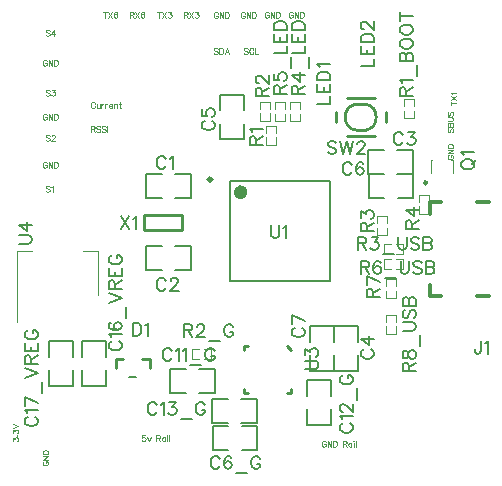
<source format=gto>
G04 ---------------------------- Layer name :TOP SILK LAYER*
G04 EasyEDA v5.8.20, Mon, 19 Nov 2018 12:00:09 GMT*
G04 c1adaa7c60de435bb68341a8a3b3a182*
G04 Gerber Generator version 0.2*
G04 Scale: 100 percent, Rotated: No, Reflected: No *
G04 Dimensions in millimeters *
G04 leading zeros omitted , absolute positions ,3 integer and 3 decimal *
%FSLAX33Y33*%
%MOMM*%
G90*
G71D02*

%ADD10C,0.254000*%
%ADD11C,0.200000*%
%ADD33C,0.199898*%
%ADD34C,0.304800*%
%ADD35C,0.119990*%
%ADD36C,0.101600*%
%ADD37C,0.100000*%
%ADD38C,0.248920*%
%ADD39C,0.599999*%
%ADD40C,0.299999*%
%ADD41C,0.177800*%

%LPD*%
G54D33*
G01X16047Y7348D02*
G01X17368Y7348D01*
G01X17368Y9418D01*
G01X16047Y9418D01*
G01X14917Y7348D02*
G01X13596Y7348D01*
G01X13596Y9418D01*
G01X14917Y9418D01*
G01X27195Y7157D02*
G01X27195Y8478D01*
G01X25125Y8478D01*
G01X25125Y7157D01*
G01X27195Y6027D02*
G01X27195Y4706D01*
G01X25125Y4706D01*
G01X25125Y6027D01*
G01X19603Y4808D02*
G01X20924Y4808D01*
G01X20924Y6878D01*
G01X19603Y6878D01*
G01X18473Y4808D02*
G01X17152Y4808D01*
G01X17152Y6878D01*
G01X18473Y6878D01*
G54D34*
G01X35557Y15565D02*
G01X36537Y15565D01*
G01X36537Y15557D01*
G01X35539Y15557D02*
G01X35539Y16558D01*
G01X36537Y23558D02*
G01X35539Y23558D01*
G01X35539Y22557D01*
G01X39540Y15557D02*
G01X40538Y15557D01*
G01X39540Y23558D02*
G01X40538Y23558D01*
G54D35*
G01X7475Y15676D02*
G01X7475Y19436D01*
G01X6212Y19436D01*
G01X652Y13426D02*
G01X652Y19436D01*
G01X1915Y19436D01*
G54D33*
G01X8145Y10459D02*
G01X8145Y11780D01*
G01X6075Y11780D01*
G01X6075Y10459D01*
G01X8145Y9329D02*
G01X8145Y8008D01*
G01X6075Y8008D01*
G01X6075Y9329D01*
G01X5351Y10459D02*
G01X5351Y11780D01*
G01X3281Y11780D01*
G01X3281Y10459D01*
G01X5351Y9329D02*
G01X5351Y8008D01*
G01X3281Y8008D01*
G01X3281Y9329D01*
G01X14015Y23858D02*
G01X15336Y23858D01*
G01X15336Y25928D01*
G01X14015Y25928D01*
G01X12885Y23858D02*
G01X11564Y23858D01*
G01X11564Y25928D01*
G01X12885Y25928D01*
G01X14015Y17762D02*
G01X15336Y17762D01*
G01X15336Y19832D01*
G01X14015Y19832D01*
G01X12885Y17762D02*
G01X11564Y17762D01*
G01X11564Y19832D01*
G01X12885Y19832D01*
G01X32811Y25890D02*
G01X34132Y25890D01*
G01X34132Y27960D01*
G01X32811Y27960D01*
G01X31681Y25890D02*
G01X30360Y25890D01*
G01X30360Y27960D01*
G01X31681Y27960D01*
G01X29481Y11729D02*
G01X29481Y13050D01*
G01X27411Y13050D01*
G01X27411Y11729D01*
G01X29481Y10599D02*
G01X29481Y9278D01*
G01X27411Y9278D01*
G01X27411Y10599D01*
G01X17762Y30180D02*
G01X17762Y28859D01*
G01X19832Y28859D01*
G01X19832Y30180D01*
G01X17762Y31310D02*
G01X17762Y32631D01*
G01X19832Y32631D01*
G01X19832Y31310D01*
G54D36*
G01X32697Y19126D02*
G01X33332Y19126D01*
G01X33332Y19989D01*
G01X32799Y19989D01*
G01X32697Y19989D01*
G01X32316Y19989D02*
G01X31706Y19989D01*
G01X31706Y19126D01*
G01X32240Y19126D01*
G01X32316Y19126D01*
G01X24561Y31427D02*
G01X24561Y32062D01*
G01X23698Y32062D01*
G01X23698Y31529D01*
G01X23698Y31427D01*
G01X23698Y31046D02*
G01X23698Y30436D01*
G01X24561Y30436D01*
G01X24561Y30970D01*
G01X24561Y31046D01*
G01X23291Y31427D02*
G01X23291Y32062D01*
G01X22428Y32062D01*
G01X22428Y31529D01*
G01X22428Y31427D01*
G01X22428Y31046D02*
G01X22428Y30436D01*
G01X23291Y30436D01*
G01X23291Y30970D01*
G01X23291Y31046D01*
G54D10*
G01X11214Y10302D02*
G01X11874Y10302D01*
G01X11214Y10302D01*
G01X11874Y10302D01*
G01X11874Y9486D01*
G01X8953Y9486D02*
G01X8953Y10302D01*
G01X9613Y10302D01*
G54D11*
G01X10114Y8752D02*
G01X10713Y8752D01*
G54D33*
G01X18496Y4589D02*
G01X17175Y4589D01*
G01X17175Y2519D01*
G01X18496Y2519D01*
G01X19626Y4589D02*
G01X20947Y4589D01*
G01X20947Y2519D01*
G01X19626Y2519D01*
G54D36*
G01X16441Y10236D02*
G01X17076Y10236D01*
G01X17076Y11099D01*
G01X16543Y11099D01*
G01X16441Y11099D01*
G01X16060Y11099D02*
G01X15450Y11099D01*
G01X15450Y10236D01*
G01X15984Y10236D01*
G01X16060Y10236D01*
G54D10*
G01X11353Y22494D02*
G01X14554Y22494D01*
G01X14554Y21193D02*
G01X14554Y22494D01*
G01X14554Y21193D02*
G01X11353Y21193D01*
G01X11353Y22494D02*
G01X11353Y21193D01*
G01X30911Y29133D02*
G01X28524Y29133D01*
G01X28524Y32334D02*
G01X30911Y32334D01*
G01X27609Y31140D02*
G01X27609Y30327D01*
G01X31826Y30327D02*
G01X31826Y31140D01*
G01X29311Y31826D02*
G01X30124Y31826D01*
G01X30124Y29641D02*
G01X29311Y29641D01*
G54D36*
G01X34213Y31681D02*
G01X34213Y32316D01*
G01X33350Y32316D01*
G01X33350Y31783D01*
G01X33350Y31681D01*
G01X33350Y31300D02*
G01X33350Y30690D01*
G01X34213Y30690D01*
G01X34213Y31224D01*
G01X34213Y31300D01*
G01X32697Y17856D02*
G01X33332Y17856D01*
G01X33332Y18719D01*
G01X32799Y18719D01*
G01X32697Y18719D01*
G01X32316Y18719D02*
G01X31706Y18719D01*
G01X31706Y17856D01*
G01X32240Y17856D01*
G01X32316Y17856D01*
G01X31826Y13022D02*
G01X31826Y12387D01*
G01X32689Y12387D01*
G01X32689Y12920D01*
G01X32689Y13022D01*
G01X32689Y13403D02*
G01X32689Y14013D01*
G01X31826Y14013D01*
G01X31826Y13479D01*
G01X31826Y13403D01*
G54D33*
G01X31704Y25925D02*
G01X30383Y25925D01*
G01X30383Y23855D01*
G01X31704Y23855D01*
G01X32834Y25925D02*
G01X34155Y25925D01*
G01X34155Y23855D01*
G01X32834Y23855D01*
G01X27449Y11729D02*
G01X27449Y13050D01*
G01X25379Y13050D01*
G01X25379Y11729D01*
G01X27449Y10599D02*
G01X27449Y9278D01*
G01X25379Y9278D01*
G01X25379Y10599D01*
G54D36*
G01X21666Y29024D02*
G01X21666Y28389D01*
G01X22529Y28389D01*
G01X22529Y28922D01*
G01X22529Y29024D01*
G01X22529Y29405D02*
G01X22529Y30015D01*
G01X21666Y30015D01*
G01X21666Y29481D01*
G01X21666Y29405D01*
G01X21158Y31056D02*
G01X21158Y30421D01*
G01X22021Y30421D01*
G01X22021Y30954D01*
G01X22021Y31056D01*
G01X22021Y31437D02*
G01X22021Y32047D01*
G01X21158Y32047D01*
G01X21158Y31513D01*
G01X21158Y31437D01*
G54D37*
G01X37376Y27096D02*
G01X37525Y27096D01*
G01X37525Y25971D01*
G01X35626Y25971D02*
G01X35626Y27096D01*
G01X35775Y27096D01*
G54D36*
G01X31927Y21775D02*
G01X31927Y22410D01*
G01X31064Y22410D01*
G01X31064Y21877D01*
G01X31064Y21775D01*
G01X31064Y21394D02*
G01X31064Y20784D01*
G01X31927Y20784D01*
G01X31927Y21318D01*
G01X31927Y21394D01*
G01X34620Y23182D02*
G01X34620Y22547D01*
G01X35483Y22547D01*
G01X35483Y23080D01*
G01X35483Y23182D01*
G01X35483Y23563D02*
G01X35483Y24173D01*
G01X34620Y24173D01*
G01X34620Y23639D01*
G01X34620Y23563D01*
G54D11*
G01X27109Y25331D02*
G01X18610Y25331D01*
G01X18610Y16832D01*
G01X27109Y16832D01*
G01X27109Y25331D01*
G54D10*
G01X19837Y7747D02*
G01X19837Y7391D01*
G01X20193Y7391D01*
G01X19837Y11049D02*
G01X19837Y11404D01*
G01X20193Y11404D01*
G01X23495Y7391D02*
G01X23850Y7391D01*
G01X23850Y7747D01*
G01X23850Y11049D02*
G01X23495Y11404D01*
G54D36*
G01X32689Y16441D02*
G01X32689Y17076D01*
G01X31826Y17076D01*
G01X31826Y16543D01*
G01X31826Y16441D01*
G01X31826Y16060D02*
G01X31826Y15450D01*
G01X32689Y15450D01*
G01X32689Y15984D01*
G01X32689Y16060D01*
G54D41*
G01X13733Y10916D02*
G01X13680Y11021D01*
G01X13576Y11125D01*
G01X13474Y11176D01*
G01X13266Y11176D01*
G01X13162Y11125D01*
G01X13058Y11021D01*
G01X13004Y10916D01*
G01X12954Y10762D01*
G01X12954Y10502D01*
G01X13004Y10345D01*
G01X13058Y10241D01*
G01X13162Y10137D01*
G01X13266Y10086D01*
G01X13474Y10086D01*
G01X13576Y10137D01*
G01X13680Y10241D01*
G01X13733Y10345D01*
G01X14076Y10970D02*
G01X14180Y11021D01*
G01X14335Y11176D01*
G01X14335Y10086D01*
G01X14678Y10970D02*
G01X14782Y11021D01*
G01X14937Y11176D01*
G01X14937Y10086D01*
G01X15280Y9723D02*
G01X16217Y9723D01*
G01X17338Y10916D02*
G01X17287Y11021D01*
G01X17183Y11125D01*
G01X17078Y11176D01*
G01X16870Y11176D01*
G01X16766Y11125D01*
G01X16662Y11021D01*
G01X16611Y10916D01*
G01X16560Y10762D01*
G01X16560Y10502D01*
G01X16611Y10345D01*
G01X16662Y10241D01*
G01X16766Y10137D01*
G01X16870Y10086D01*
G01X17078Y10086D01*
G01X17183Y10137D01*
G01X17287Y10241D01*
G01X17338Y10345D01*
G01X17338Y10502D01*
G01X17078Y10502D02*
G01X17338Y10502D01*
G01X28199Y4818D02*
G01X28094Y4765D01*
G01X27990Y4660D01*
G01X27939Y4559D01*
G01X27939Y4350D01*
G01X27990Y4246D01*
G01X28094Y4142D01*
G01X28199Y4089D01*
G01X28353Y4038D01*
G01X28613Y4038D01*
G01X28770Y4089D01*
G01X28874Y4142D01*
G01X28978Y4246D01*
G01X29029Y4350D01*
G01X29029Y4559D01*
G01X28978Y4660D01*
G01X28874Y4765D01*
G01X28770Y4818D01*
G01X28145Y5161D02*
G01X28094Y5265D01*
G01X27939Y5420D01*
G01X29029Y5420D01*
G01X28199Y5816D02*
G01X28145Y5816D01*
G01X28041Y5867D01*
G01X27990Y5918D01*
G01X27939Y6022D01*
G01X27939Y6230D01*
G01X27990Y6334D01*
G01X28041Y6388D01*
G01X28145Y6438D01*
G01X28249Y6438D01*
G01X28353Y6388D01*
G01X28511Y6283D01*
G01X29029Y5763D01*
G01X29029Y6489D01*
G01X29392Y6832D02*
G01X29392Y7769D01*
G01X28199Y8889D02*
G01X28094Y8839D01*
G01X27990Y8735D01*
G01X27939Y8630D01*
G01X27939Y8422D01*
G01X27990Y8318D01*
G01X28094Y8216D01*
G01X28199Y8163D01*
G01X28353Y8112D01*
G01X28613Y8112D01*
G01X28770Y8163D01*
G01X28874Y8216D01*
G01X28978Y8318D01*
G01X29029Y8422D01*
G01X29029Y8630D01*
G01X28978Y8735D01*
G01X28874Y8839D01*
G01X28770Y8889D01*
G01X28613Y8889D01*
G01X28613Y8630D02*
G01X28613Y8889D01*
G01X12463Y6344D02*
G01X12410Y6449D01*
G01X12306Y6553D01*
G01X12204Y6604D01*
G01X11996Y6604D01*
G01X11892Y6553D01*
G01X11788Y6449D01*
G01X11734Y6344D01*
G01X11684Y6190D01*
G01X11684Y5930D01*
G01X11734Y5773D01*
G01X11788Y5669D01*
G01X11892Y5565D01*
G01X11996Y5514D01*
G01X12204Y5514D01*
G01X12306Y5565D01*
G01X12410Y5669D01*
G01X12463Y5773D01*
G01X12806Y6398D02*
G01X12910Y6449D01*
G01X13065Y6604D01*
G01X13065Y5514D01*
G01X13512Y6604D02*
G01X14084Y6604D01*
G01X13771Y6190D01*
G01X13929Y6190D01*
G01X14033Y6136D01*
G01X14084Y6085D01*
G01X14135Y5930D01*
G01X14135Y5826D01*
G01X14084Y5669D01*
G01X13980Y5565D01*
G01X13825Y5514D01*
G01X13667Y5514D01*
G01X13512Y5565D01*
G01X13462Y5618D01*
G01X13408Y5722D01*
G01X14478Y5151D02*
G01X15415Y5151D01*
G01X16535Y6344D02*
G01X16484Y6449D01*
G01X16380Y6553D01*
G01X16276Y6604D01*
G01X16068Y6604D01*
G01X15963Y6553D01*
G01X15862Y6449D01*
G01X15808Y6344D01*
G01X15758Y6190D01*
G01X15758Y5930D01*
G01X15808Y5773D01*
G01X15862Y5669D01*
G01X15963Y5565D01*
G01X16068Y5514D01*
G01X16276Y5514D01*
G01X16380Y5565D01*
G01X16484Y5669D01*
G01X16535Y5773D01*
G01X16535Y5930D01*
G01X16276Y5930D02*
G01X16535Y5930D01*
G01X39890Y11798D02*
G01X39890Y10967D01*
G01X39837Y10812D01*
G01X39786Y10759D01*
G01X39682Y10708D01*
G01X39578Y10708D01*
G01X39474Y10759D01*
G01X39420Y10812D01*
G01X39370Y10967D01*
G01X39370Y11071D01*
G01X40233Y11592D02*
G01X40335Y11643D01*
G01X40492Y11798D01*
G01X40492Y10708D01*
G01X762Y19994D02*
G01X1539Y19994D01*
G01X1696Y20045D01*
G01X1800Y20149D01*
G01X1851Y20307D01*
G01X1851Y20411D01*
G01X1800Y20566D01*
G01X1696Y20670D01*
G01X1539Y20721D01*
G01X762Y20721D01*
G01X762Y21584D02*
G01X1488Y21064D01*
G01X1488Y21844D01*
G01X762Y21584D02*
G01X1851Y21584D01*
G01X8641Y11765D02*
G01X8536Y11711D01*
G01X8432Y11607D01*
G01X8381Y11506D01*
G01X8381Y11297D01*
G01X8432Y11193D01*
G01X8536Y11089D01*
G01X8641Y11036D01*
G01X8795Y10985D01*
G01X9055Y10985D01*
G01X9212Y11036D01*
G01X9316Y11089D01*
G01X9420Y11193D01*
G01X9471Y11297D01*
G01X9471Y11506D01*
G01X9420Y11607D01*
G01X9316Y11711D01*
G01X9212Y11765D01*
G01X8587Y12108D02*
G01X8536Y12212D01*
G01X8381Y12367D01*
G01X9471Y12367D01*
G01X8536Y13335D02*
G01X8432Y13281D01*
G01X8381Y13126D01*
G01X8381Y13022D01*
G01X8432Y12865D01*
G01X8587Y12763D01*
G01X8849Y12710D01*
G01X9108Y12710D01*
G01X9316Y12763D01*
G01X9420Y12865D01*
G01X9471Y13022D01*
G01X9471Y13073D01*
G01X9420Y13230D01*
G01X9316Y13335D01*
G01X9159Y13385D01*
G01X9108Y13385D01*
G01X8953Y13335D01*
G01X8849Y13230D01*
G01X8795Y13073D01*
G01X8795Y13022D01*
G01X8849Y12865D01*
G01X8953Y12763D01*
G01X9108Y12710D01*
G01X9834Y13728D02*
G01X9834Y14663D01*
G01X8381Y15006D02*
G01X9471Y15422D01*
G01X8381Y15836D02*
G01X9471Y15422D01*
G01X8381Y16179D02*
G01X9471Y16179D01*
G01X8381Y16179D02*
G01X8381Y16649D01*
G01X8432Y16804D01*
G01X8483Y16855D01*
G01X8587Y16908D01*
G01X8691Y16908D01*
G01X8795Y16855D01*
G01X8849Y16804D01*
G01X8900Y16649D01*
G01X8900Y16179D01*
G01X8900Y16545D02*
G01X9471Y16908D01*
G01X8381Y17251D02*
G01X9471Y17251D01*
G01X8381Y17251D02*
G01X8381Y17927D01*
G01X8900Y17251D02*
G01X8900Y17665D01*
G01X9471Y17251D02*
G01X9471Y17927D01*
G01X8641Y19050D02*
G01X8536Y18996D01*
G01X8432Y18892D01*
G01X8381Y18788D01*
G01X8381Y18580D01*
G01X8432Y18478D01*
G01X8536Y18374D01*
G01X8641Y18321D01*
G01X8795Y18270D01*
G01X9055Y18270D01*
G01X9212Y18321D01*
G01X9316Y18374D01*
G01X9420Y18478D01*
G01X9471Y18580D01*
G01X9471Y18788D01*
G01X9420Y18892D01*
G01X9316Y18996D01*
G01X9212Y19050D01*
G01X9055Y19050D01*
G01X9055Y18788D02*
G01X9055Y19050D01*
G01X1529Y5364D02*
G01X1424Y5311D01*
G01X1320Y5207D01*
G01X1269Y5105D01*
G01X1269Y4897D01*
G01X1320Y4792D01*
G01X1424Y4688D01*
G01X1529Y4635D01*
G01X1683Y4584D01*
G01X1943Y4584D01*
G01X2100Y4635D01*
G01X2204Y4688D01*
G01X2308Y4792D01*
G01X2359Y4897D01*
G01X2359Y5105D01*
G01X2308Y5207D01*
G01X2204Y5311D01*
G01X2100Y5364D01*
G01X1475Y5707D02*
G01X1424Y5811D01*
G01X1269Y5966D01*
G01X2359Y5966D01*
G01X1269Y7035D02*
G01X2359Y6517D01*
G01X1269Y6309D02*
G01X1269Y7035D01*
G01X2722Y7378D02*
G01X2722Y8315D01*
G01X1269Y8658D02*
G01X2359Y9072D01*
G01X1269Y9489D02*
G01X2359Y9072D01*
G01X1269Y9832D02*
G01X2359Y9832D01*
G01X1269Y9832D02*
G01X1269Y10299D01*
G01X1320Y10454D01*
G01X1371Y10507D01*
G01X1475Y10558D01*
G01X1579Y10558D01*
G01X1683Y10507D01*
G01X1737Y10454D01*
G01X1788Y10299D01*
G01X1788Y9832D01*
G01X1788Y10195D02*
G01X2359Y10558D01*
G01X1269Y10901D02*
G01X2359Y10901D01*
G01X1269Y10901D02*
G01X1269Y11577D01*
G01X1788Y10901D02*
G01X1788Y11318D01*
G01X2359Y10901D02*
G01X2359Y11577D01*
G01X1529Y12700D02*
G01X1424Y12649D01*
G01X1320Y12545D01*
G01X1269Y12440D01*
G01X1269Y12232D01*
G01X1320Y12128D01*
G01X1424Y12024D01*
G01X1529Y11973D01*
G01X1683Y11920D01*
G01X1943Y11920D01*
G01X2100Y11973D01*
G01X2204Y12024D01*
G01X2308Y12128D01*
G01X2359Y12232D01*
G01X2359Y12440D01*
G01X2308Y12545D01*
G01X2204Y12649D01*
G01X2100Y12700D01*
G01X1943Y12700D01*
G01X1943Y12440D02*
G01X1943Y12700D01*
G01X13225Y27172D02*
G01X13172Y27277D01*
G01X13068Y27381D01*
G01X12966Y27432D01*
G01X12758Y27432D01*
G01X12654Y27381D01*
G01X12550Y27277D01*
G01X12496Y27172D01*
G01X12446Y27018D01*
G01X12446Y26758D01*
G01X12496Y26601D01*
G01X12550Y26497D01*
G01X12654Y26393D01*
G01X12758Y26342D01*
G01X12966Y26342D01*
G01X13068Y26393D01*
G01X13172Y26497D01*
G01X13225Y26601D01*
G01X13568Y27226D02*
G01X13672Y27277D01*
G01X13827Y27432D01*
G01X13827Y26342D01*
G01X13225Y16873D02*
G01X13172Y16977D01*
G01X13068Y17081D01*
G01X12966Y17132D01*
G01X12758Y17132D01*
G01X12654Y17081D01*
G01X12549Y16977D01*
G01X12496Y16873D01*
G01X12445Y16718D01*
G01X12445Y16459D01*
G01X12496Y16301D01*
G01X12549Y16197D01*
G01X12654Y16093D01*
G01X12758Y16042D01*
G01X12966Y16042D01*
G01X13068Y16093D01*
G01X13172Y16197D01*
G01X13225Y16301D01*
G01X13619Y16873D02*
G01X13619Y16926D01*
G01X13672Y17030D01*
G01X13723Y17081D01*
G01X13827Y17132D01*
G01X14035Y17132D01*
G01X14139Y17081D01*
G01X14190Y17030D01*
G01X14244Y16926D01*
G01X14244Y16822D01*
G01X14190Y16718D01*
G01X14086Y16561D01*
G01X13568Y16042D01*
G01X14294Y16042D01*
G01X33291Y29204D02*
G01X33238Y29309D01*
G01X33134Y29413D01*
G01X33032Y29464D01*
G01X32824Y29464D01*
G01X32720Y29413D01*
G01X32616Y29309D01*
G01X32562Y29204D01*
G01X32512Y29050D01*
G01X32512Y28790D01*
G01X32562Y28633D01*
G01X32616Y28529D01*
G01X32720Y28425D01*
G01X32824Y28374D01*
G01X33032Y28374D01*
G01X33134Y28425D01*
G01X33238Y28529D01*
G01X33291Y28633D01*
G01X33738Y29464D02*
G01X34310Y29464D01*
G01X33997Y29050D01*
G01X34152Y29050D01*
G01X34256Y28996D01*
G01X34310Y28945D01*
G01X34361Y28790D01*
G01X34361Y28686D01*
G01X34310Y28529D01*
G01X34206Y28425D01*
G01X34048Y28374D01*
G01X33893Y28374D01*
G01X33738Y28425D01*
G01X33685Y28478D01*
G01X33634Y28582D01*
G01X29977Y11069D02*
G01X29872Y11015D01*
G01X29768Y10911D01*
G01X29718Y10810D01*
G01X29718Y10601D01*
G01X29768Y10497D01*
G01X29872Y10393D01*
G01X29977Y10340D01*
G01X30132Y10289D01*
G01X30391Y10289D01*
G01X30548Y10340D01*
G01X30652Y10393D01*
G01X30756Y10497D01*
G01X30807Y10601D01*
G01X30807Y10810D01*
G01X30756Y10911D01*
G01X30652Y11015D01*
G01X30548Y11069D01*
G01X29718Y11930D02*
G01X30444Y11412D01*
G01X30444Y12192D01*
G01X29718Y11930D02*
G01X30807Y11930D01*
G01X16515Y30426D02*
G01X16410Y30373D01*
G01X16306Y30269D01*
G01X16256Y30167D01*
G01X16256Y29959D01*
G01X16306Y29855D01*
G01X16410Y29751D01*
G01X16515Y29697D01*
G01X16670Y29646D01*
G01X16929Y29646D01*
G01X17086Y29697D01*
G01X17190Y29751D01*
G01X17294Y29855D01*
G01X17345Y29959D01*
G01X17345Y30167D01*
G01X17294Y30269D01*
G01X17190Y30373D01*
G01X17086Y30426D01*
G01X16256Y31391D02*
G01X16256Y30873D01*
G01X16723Y30820D01*
G01X16670Y30873D01*
G01X16619Y31028D01*
G01X16619Y31183D01*
G01X16670Y31341D01*
G01X16774Y31445D01*
G01X16929Y31496D01*
G01X17033Y31496D01*
G01X17190Y31445D01*
G01X17294Y31341D01*
G01X17345Y31183D01*
G01X17345Y31028D01*
G01X17294Y30873D01*
G01X17241Y30820D01*
G01X17137Y30769D01*
G01X29464Y20574D02*
G01X29464Y19484D01*
G01X29464Y20574D02*
G01X29931Y20574D01*
G01X30086Y20523D01*
G01X30139Y20472D01*
G01X30190Y20368D01*
G01X30190Y20264D01*
G01X30139Y20159D01*
G01X30086Y20106D01*
G01X29931Y20055D01*
G01X29464Y20055D01*
G01X29827Y20055D02*
G01X30190Y19484D01*
G01X30637Y20574D02*
G01X31209Y20574D01*
G01X30899Y20159D01*
G01X31054Y20159D01*
G01X31158Y20106D01*
G01X31209Y20055D01*
G01X31262Y19900D01*
G01X31262Y19796D01*
G01X31209Y19639D01*
G01X31104Y19535D01*
G01X30949Y19484D01*
G01X30795Y19484D01*
G01X30637Y19535D01*
G01X30586Y19588D01*
G01X30533Y19692D01*
G01X31605Y19121D02*
G01X32539Y19121D01*
G01X32882Y20574D02*
G01X32882Y19796D01*
G01X32933Y19639D01*
G01X33037Y19535D01*
G01X33195Y19484D01*
G01X33299Y19484D01*
G01X33454Y19535D01*
G01X33558Y19639D01*
G01X33609Y19796D01*
G01X33609Y20574D01*
G01X34681Y20419D02*
G01X34577Y20523D01*
G01X34419Y20574D01*
G01X34213Y20574D01*
G01X34056Y20523D01*
G01X33952Y20419D01*
G01X33952Y20314D01*
G01X34005Y20210D01*
G01X34056Y20159D01*
G01X34160Y20106D01*
G01X34472Y20002D01*
G01X34577Y19951D01*
G01X34627Y19900D01*
G01X34681Y19796D01*
G01X34681Y19639D01*
G01X34577Y19535D01*
G01X34419Y19484D01*
G01X34213Y19484D01*
G01X34056Y19535D01*
G01X33952Y19639D01*
G01X35024Y20574D02*
G01X35024Y19484D01*
G01X35024Y20574D02*
G01X35491Y20574D01*
G01X35646Y20523D01*
G01X35699Y20472D01*
G01X35750Y20368D01*
G01X35750Y20264D01*
G01X35699Y20159D01*
G01X35646Y20106D01*
G01X35491Y20055D01*
G01X35024Y20055D02*
G01X35491Y20055D01*
G01X35646Y20002D01*
G01X35699Y19951D01*
G01X35750Y19847D01*
G01X35750Y19692D01*
G01X35699Y19588D01*
G01X35646Y19535D01*
G01X35491Y19484D01*
G01X35024Y19484D01*
G01X23876Y32679D02*
G01X24965Y32679D01*
G01X23876Y32679D02*
G01X23876Y33146D01*
G01X23926Y33301D01*
G01X23977Y33355D01*
G01X24081Y33406D01*
G01X24185Y33406D01*
G01X24290Y33355D01*
G01X24343Y33301D01*
G01X24394Y33146D01*
G01X24394Y32679D01*
G01X24394Y33042D02*
G01X24965Y33406D01*
G01X23876Y34269D02*
G01X24602Y33748D01*
G01X24602Y34528D01*
G01X23876Y34269D02*
G01X24965Y34269D01*
G01X25328Y34871D02*
G01X25328Y35806D01*
G01X23876Y36149D02*
G01X24965Y36149D01*
G01X24965Y36149D02*
G01X24965Y36774D01*
G01X23876Y37116D02*
G01X24965Y37116D01*
G01X23876Y37116D02*
G01X23876Y37792D01*
G01X24394Y37116D02*
G01X24394Y37531D01*
G01X24965Y37116D02*
G01X24965Y37792D01*
G01X23876Y38135D02*
G01X24965Y38135D01*
G01X23876Y38135D02*
G01X23876Y38498D01*
G01X23926Y38653D01*
G01X24030Y38757D01*
G01X24135Y38811D01*
G01X24290Y38861D01*
G01X24549Y38861D01*
G01X24706Y38811D01*
G01X24810Y38757D01*
G01X24914Y38653D01*
G01X24965Y38498D01*
G01X24965Y38135D01*
G01X22352Y32730D02*
G01X23441Y32730D01*
G01X22352Y32730D02*
G01X22352Y33197D01*
G01X22402Y33352D01*
G01X22453Y33406D01*
G01X22557Y33456D01*
G01X22661Y33456D01*
G01X22766Y33406D01*
G01X22819Y33352D01*
G01X22870Y33197D01*
G01X22870Y32730D01*
G01X22870Y33093D02*
G01X23441Y33456D01*
G01X22352Y34424D02*
G01X22352Y33903D01*
G01X22819Y33853D01*
G01X22766Y33903D01*
G01X22715Y34061D01*
G01X22715Y34216D01*
G01X22766Y34371D01*
G01X22870Y34475D01*
G01X23025Y34528D01*
G01X23129Y34528D01*
G01X23286Y34475D01*
G01X23390Y34371D01*
G01X23441Y34216D01*
G01X23441Y34061D01*
G01X23390Y33903D01*
G01X23337Y33853D01*
G01X23233Y33799D01*
G01X23804Y34871D02*
G01X23804Y35806D01*
G01X22352Y36149D02*
G01X23441Y36149D01*
G01X23441Y36149D02*
G01X23441Y36771D01*
G01X22352Y37114D02*
G01X23441Y37114D01*
G01X22352Y37114D02*
G01X22352Y37790D01*
G01X22870Y37114D02*
G01X22870Y37531D01*
G01X23441Y37114D02*
G01X23441Y37790D01*
G01X22352Y38133D02*
G01X23441Y38133D01*
G01X22352Y38133D02*
G01X22352Y38496D01*
G01X22402Y38653D01*
G01X22506Y38757D01*
G01X22611Y38808D01*
G01X22766Y38862D01*
G01X23025Y38862D01*
G01X23182Y38808D01*
G01X23286Y38757D01*
G01X23390Y38653D01*
G01X23441Y38496D01*
G01X23441Y38133D01*
G01X26047Y31889D02*
G01X27137Y31889D01*
G01X27137Y31889D02*
G01X27137Y32512D01*
G01X26047Y32854D02*
G01X27137Y32854D01*
G01X26047Y32854D02*
G01X26047Y33530D01*
G01X26565Y32854D02*
G01X26565Y33271D01*
G01X27137Y32854D02*
G01X27137Y33530D01*
G01X26047Y33873D02*
G01X27137Y33873D01*
G01X26047Y33873D02*
G01X26047Y34239D01*
G01X26098Y34394D01*
G01X26202Y34498D01*
G01X26306Y34549D01*
G01X26461Y34602D01*
G01X26720Y34602D01*
G01X26878Y34549D01*
G01X26982Y34498D01*
G01X27086Y34394D01*
G01X27137Y34239D01*
G01X27137Y33873D01*
G01X26253Y34945D02*
G01X26202Y35049D01*
G01X26047Y35204D01*
G01X27137Y35204D01*
G01X29718Y35079D02*
G01X30807Y35079D01*
G01X30807Y35079D02*
G01X30807Y35702D01*
G01X29718Y36045D02*
G01X30807Y36045D01*
G01X29718Y36045D02*
G01X29718Y36720D01*
G01X30236Y36045D02*
G01X30236Y36461D01*
G01X30807Y36045D02*
G01X30807Y36720D01*
G01X29718Y37063D02*
G01X30807Y37063D01*
G01X29718Y37063D02*
G01X29718Y37429D01*
G01X29768Y37584D01*
G01X29872Y37688D01*
G01X29977Y37739D01*
G01X30132Y37792D01*
G01X30391Y37792D01*
G01X30548Y37739D01*
G01X30652Y37688D01*
G01X30756Y37584D01*
G01X30807Y37429D01*
G01X30807Y37063D01*
G01X29977Y38186D02*
G01X29923Y38186D01*
G01X29819Y38239D01*
G01X29768Y38290D01*
G01X29718Y38394D01*
G01X29718Y38602D01*
G01X29768Y38707D01*
G01X29819Y38757D01*
G01X29923Y38811D01*
G01X30027Y38811D01*
G01X30132Y38757D01*
G01X30289Y38653D01*
G01X30807Y38135D01*
G01X30807Y38862D01*
G01X10414Y13322D02*
G01X10414Y12232D01*
G01X10414Y13322D02*
G01X10777Y13322D01*
G01X10934Y13271D01*
G01X11036Y13167D01*
G01X11089Y13063D01*
G01X11140Y12908D01*
G01X11140Y12649D01*
G01X11089Y12491D01*
G01X11036Y12387D01*
G01X10934Y12283D01*
G01X10777Y12232D01*
G01X10414Y12232D01*
G01X11483Y13116D02*
G01X11587Y13167D01*
G01X11744Y13322D01*
G01X11744Y12232D01*
G01X17797Y1772D02*
G01X17744Y1877D01*
G01X17640Y1981D01*
G01X17538Y2032D01*
G01X17330Y2032D01*
G01X17226Y1981D01*
G01X17122Y1877D01*
G01X17068Y1772D01*
G01X17018Y1617D01*
G01X17018Y1358D01*
G01X17068Y1201D01*
G01X17122Y1097D01*
G01X17226Y993D01*
G01X17330Y942D01*
G01X17538Y942D01*
G01X17640Y993D01*
G01X17744Y1097D01*
G01X17797Y1201D01*
G01X18762Y1877D02*
G01X18712Y1981D01*
G01X18554Y2032D01*
G01X18453Y2032D01*
G01X18295Y1981D01*
G01X18191Y1826D01*
G01X18140Y1564D01*
G01X18140Y1305D01*
G01X18191Y1097D01*
G01X18295Y993D01*
G01X18453Y942D01*
G01X18503Y942D01*
G01X18658Y993D01*
G01X18762Y1097D01*
G01X18816Y1254D01*
G01X18816Y1305D01*
G01X18762Y1460D01*
G01X18658Y1564D01*
G01X18503Y1617D01*
G01X18453Y1617D01*
G01X18295Y1564D01*
G01X18191Y1460D01*
G01X18140Y1305D01*
G01X19159Y579D02*
G01X20093Y579D01*
G01X21216Y1772D02*
G01X21163Y1877D01*
G01X21059Y1981D01*
G01X20955Y2032D01*
G01X20749Y2032D01*
G01X20645Y1981D01*
G01X20540Y1877D01*
G01X20487Y1772D01*
G01X20436Y1617D01*
G01X20436Y1358D01*
G01X20487Y1201D01*
G01X20540Y1097D01*
G01X20645Y993D01*
G01X20749Y942D01*
G01X20955Y942D01*
G01X21059Y993D01*
G01X21163Y1097D01*
G01X21216Y1201D01*
G01X21216Y1358D01*
G01X20955Y1358D02*
G01X21216Y1358D01*
G01X14732Y13208D02*
G01X14732Y12118D01*
G01X14732Y13208D02*
G01X15199Y13208D01*
G01X15354Y13157D01*
G01X15407Y13106D01*
G01X15458Y13002D01*
G01X15458Y12898D01*
G01X15407Y12793D01*
G01X15354Y12740D01*
G01X15199Y12689D01*
G01X14732Y12689D01*
G01X15095Y12689D02*
G01X15458Y12118D01*
G01X15854Y12948D02*
G01X15854Y13002D01*
G01X15905Y13106D01*
G01X15958Y13157D01*
G01X16062Y13208D01*
G01X16268Y13208D01*
G01X16372Y13157D01*
G01X16426Y13106D01*
G01X16476Y13002D01*
G01X16476Y12898D01*
G01X16426Y12793D01*
G01X16322Y12636D01*
G01X15801Y12118D01*
G01X16530Y12118D01*
G01X16873Y11755D02*
G01X17807Y11755D01*
G01X18930Y12948D02*
G01X18877Y13053D01*
G01X18773Y13157D01*
G01X18669Y13208D01*
G01X18463Y13208D01*
G01X18359Y13157D01*
G01X18254Y13053D01*
G01X18201Y12948D01*
G01X18150Y12793D01*
G01X18150Y12534D01*
G01X18201Y12377D01*
G01X18254Y12273D01*
G01X18359Y12169D01*
G01X18463Y12118D01*
G01X18669Y12118D01*
G01X18773Y12169D01*
G01X18877Y12273D01*
G01X18930Y12377D01*
G01X18930Y12534D01*
G01X18669Y12534D02*
G01X18930Y12534D01*
G01X9398Y22352D02*
G01X10124Y21262D01*
G01X10124Y22352D02*
G01X9398Y21262D01*
G01X10467Y22146D02*
G01X10571Y22197D01*
G01X10728Y22352D01*
G01X10728Y21262D01*
G01X27650Y28547D02*
G01X27546Y28651D01*
G01X27391Y28702D01*
G01X27183Y28702D01*
G01X27028Y28651D01*
G01X26924Y28547D01*
G01X26924Y28442D01*
G01X26974Y28338D01*
G01X27028Y28287D01*
G01X27132Y28234D01*
G01X27444Y28130D01*
G01X27546Y28079D01*
G01X27599Y28028D01*
G01X27650Y27924D01*
G01X27650Y27767D01*
G01X27546Y27663D01*
G01X27391Y27612D01*
G01X27183Y27612D01*
G01X27028Y27663D01*
G01X26924Y27767D01*
G01X27993Y28702D02*
G01X28254Y27612D01*
G01X28514Y28702D02*
G01X28254Y27612D01*
G01X28514Y28702D02*
G01X28773Y27612D01*
G01X29032Y28702D02*
G01X28773Y27612D01*
G01X29428Y28442D02*
G01X29428Y28496D01*
G01X29479Y28600D01*
G01X29532Y28651D01*
G01X29636Y28702D01*
G01X29845Y28702D01*
G01X29946Y28651D01*
G01X29999Y28600D01*
G01X30050Y28496D01*
G01X30050Y28392D01*
G01X29999Y28287D01*
G01X29895Y28130D01*
G01X29375Y27612D01*
G01X30104Y27612D01*
G01X33020Y32527D02*
G01X34109Y32527D01*
G01X33020Y32527D02*
G01X33020Y32994D01*
G01X33070Y33149D01*
G01X33121Y33202D01*
G01X33225Y33253D01*
G01X33329Y33253D01*
G01X33434Y33202D01*
G01X33487Y33149D01*
G01X33538Y32994D01*
G01X33538Y32527D01*
G01X33538Y32890D02*
G01X34109Y33253D01*
G01X33225Y33596D02*
G01X33174Y33700D01*
G01X33020Y33858D01*
G01X34109Y33858D01*
G01X34472Y34201D02*
G01X34472Y35135D01*
G01X33020Y35478D02*
G01X34109Y35478D01*
G01X33020Y35478D02*
G01X33020Y35946D01*
G01X33070Y36101D01*
G01X33121Y36154D01*
G01X33225Y36205D01*
G01X33329Y36205D01*
G01X33434Y36154D01*
G01X33487Y36101D01*
G01X33538Y35946D01*
G01X33538Y35478D02*
G01X33538Y35946D01*
G01X33591Y36101D01*
G01X33642Y36154D01*
G01X33746Y36205D01*
G01X33901Y36205D01*
G01X34005Y36154D01*
G01X34058Y36101D01*
G01X34109Y35946D01*
G01X34109Y35478D01*
G01X33020Y36860D02*
G01X33070Y36756D01*
G01X33174Y36652D01*
G01X33279Y36601D01*
G01X33434Y36548D01*
G01X33693Y36548D01*
G01X33850Y36601D01*
G01X33954Y36652D01*
G01X34058Y36756D01*
G01X34109Y36860D01*
G01X34109Y37068D01*
G01X34058Y37172D01*
G01X33954Y37277D01*
G01X33850Y37327D01*
G01X33693Y37378D01*
G01X33434Y37378D01*
G01X33279Y37327D01*
G01X33174Y37277D01*
G01X33070Y37172D01*
G01X33020Y37068D01*
G01X33020Y36860D01*
G01X33020Y38033D02*
G01X33070Y37929D01*
G01X33174Y37825D01*
G01X33279Y37774D01*
G01X33434Y37721D01*
G01X33693Y37721D01*
G01X33850Y37774D01*
G01X33954Y37825D01*
G01X34058Y37929D01*
G01X34109Y38033D01*
G01X34109Y38242D01*
G01X34058Y38346D01*
G01X33954Y38450D01*
G01X33850Y38501D01*
G01X33693Y38554D01*
G01X33434Y38554D01*
G01X33279Y38501D01*
G01X33174Y38450D01*
G01X33070Y38346D01*
G01X33020Y38242D01*
G01X33020Y38033D01*
G01X33020Y39260D02*
G01X34109Y39260D01*
G01X33020Y38897D02*
G01X33020Y39624D01*
G01X29718Y18542D02*
G01X29718Y17452D01*
G01X29718Y18542D02*
G01X30185Y18542D01*
G01X30340Y18491D01*
G01X30393Y18440D01*
G01X30444Y18336D01*
G01X30444Y18232D01*
G01X30393Y18127D01*
G01X30340Y18074D01*
G01X30185Y18023D01*
G01X29718Y18023D01*
G01X30081Y18023D02*
G01X30444Y17452D01*
G01X31412Y18387D02*
G01X31358Y18491D01*
G01X31203Y18542D01*
G01X31099Y18542D01*
G01X30944Y18491D01*
G01X30840Y18336D01*
G01X30787Y18074D01*
G01X30787Y17815D01*
G01X30840Y17607D01*
G01X30944Y17503D01*
G01X31099Y17452D01*
G01X31153Y17452D01*
G01X31308Y17503D01*
G01X31412Y17607D01*
G01X31463Y17764D01*
G01X31463Y17815D01*
G01X31412Y17970D01*
G01X31308Y18074D01*
G01X31153Y18127D01*
G01X31099Y18127D01*
G01X30944Y18074D01*
G01X30840Y17970D01*
G01X30787Y17815D01*
G01X31805Y17089D02*
G01X32740Y17089D01*
G01X33083Y18542D02*
G01X33083Y17764D01*
G01X33136Y17607D01*
G01X33241Y17503D01*
G01X33395Y17452D01*
G01X33500Y17452D01*
G01X33655Y17503D01*
G01X33759Y17607D01*
G01X33812Y17764D01*
G01X33812Y18542D01*
G01X34881Y18387D02*
G01X34777Y18491D01*
G01X34622Y18542D01*
G01X34414Y18542D01*
G01X34259Y18491D01*
G01X34155Y18387D01*
G01X34155Y18282D01*
G01X34206Y18178D01*
G01X34259Y18127D01*
G01X34363Y18074D01*
G01X34673Y17970D01*
G01X34777Y17919D01*
G01X34831Y17868D01*
G01X34881Y17764D01*
G01X34881Y17607D01*
G01X34777Y17503D01*
G01X34622Y17452D01*
G01X34414Y17452D01*
G01X34259Y17503D01*
G01X34155Y17607D01*
G01X35224Y18542D02*
G01X35224Y17452D01*
G01X35224Y18542D02*
G01X35692Y18542D01*
G01X35849Y18491D01*
G01X35900Y18440D01*
G01X35953Y18336D01*
G01X35953Y18232D01*
G01X35900Y18127D01*
G01X35849Y18074D01*
G01X35692Y18023D01*
G01X35224Y18023D02*
G01X35692Y18023D01*
G01X35849Y17970D01*
G01X35900Y17919D01*
G01X35953Y17815D01*
G01X35953Y17660D01*
G01X35900Y17556D01*
G01X35849Y17503D01*
G01X35692Y17452D01*
G01X35224Y17452D01*
G01X33274Y9207D02*
G01X34363Y9207D01*
G01X33274Y9207D02*
G01X33274Y9674D01*
G01X33324Y9829D01*
G01X33375Y9883D01*
G01X33479Y9933D01*
G01X33583Y9933D01*
G01X33688Y9883D01*
G01X33741Y9829D01*
G01X33792Y9674D01*
G01X33792Y9207D01*
G01X33792Y9570D02*
G01X34363Y9933D01*
G01X33274Y10538D02*
G01X33324Y10380D01*
G01X33428Y10330D01*
G01X33533Y10330D01*
G01X33637Y10380D01*
G01X33688Y10485D01*
G01X33741Y10693D01*
G01X33792Y10848D01*
G01X33896Y10952D01*
G01X34000Y11005D01*
G01X34155Y11005D01*
G01X34259Y10952D01*
G01X34312Y10901D01*
G01X34363Y10744D01*
G01X34363Y10538D01*
G01X34312Y10380D01*
G01X34259Y10330D01*
G01X34155Y10276D01*
G01X34000Y10276D01*
G01X33896Y10330D01*
G01X33792Y10434D01*
G01X33741Y10589D01*
G01X33688Y10797D01*
G01X33637Y10901D01*
G01X33533Y10952D01*
G01X33428Y10952D01*
G01X33324Y10901D01*
G01X33274Y10744D01*
G01X33274Y10538D01*
G01X34726Y11348D02*
G01X34726Y12283D01*
G01X33274Y12626D02*
G01X34051Y12626D01*
G01X34208Y12677D01*
G01X34312Y12781D01*
G01X34363Y12938D01*
G01X34363Y13042D01*
G01X34312Y13197D01*
G01X34208Y13301D01*
G01X34051Y13352D01*
G01X33274Y13352D01*
G01X33428Y14424D02*
G01X33324Y14320D01*
G01X33274Y14163D01*
G01X33274Y13957D01*
G01X33324Y13799D01*
G01X33428Y13695D01*
G01X33533Y13695D01*
G01X33637Y13749D01*
G01X33688Y13799D01*
G01X33741Y13903D01*
G01X33845Y14216D01*
G01X33896Y14320D01*
G01X33947Y14371D01*
G01X34051Y14424D01*
G01X34208Y14424D01*
G01X34312Y14320D01*
G01X34363Y14163D01*
G01X34363Y13957D01*
G01X34312Y13799D01*
G01X34208Y13695D01*
G01X33274Y14767D02*
G01X34363Y14767D01*
G01X33274Y14767D02*
G01X33274Y15234D01*
G01X33324Y15389D01*
G01X33375Y15443D01*
G01X33479Y15494D01*
G01X33583Y15494D01*
G01X33688Y15443D01*
G01X33741Y15389D01*
G01X33792Y15234D01*
G01X33792Y14767D02*
G01X33792Y15234D01*
G01X33845Y15389D01*
G01X33896Y15443D01*
G01X34000Y15494D01*
G01X34155Y15494D01*
G01X34259Y15443D01*
G01X34312Y15389D01*
G01X34363Y15234D01*
G01X34363Y14767D01*
G01X28973Y26664D02*
G01X28920Y26769D01*
G01X28816Y26873D01*
G01X28714Y26924D01*
G01X28506Y26924D01*
G01X28402Y26873D01*
G01X28298Y26769D01*
G01X28244Y26664D01*
G01X28194Y26509D01*
G01X28194Y26250D01*
G01X28244Y26093D01*
G01X28298Y25989D01*
G01X28402Y25885D01*
G01X28506Y25834D01*
G01X28714Y25834D01*
G01X28816Y25885D01*
G01X28920Y25989D01*
G01X28973Y26093D01*
G01X29938Y26769D02*
G01X29888Y26873D01*
G01X29730Y26924D01*
G01X29629Y26924D01*
G01X29471Y26873D01*
G01X29367Y26718D01*
G01X29316Y26456D01*
G01X29316Y26197D01*
G01X29367Y25989D01*
G01X29471Y25885D01*
G01X29629Y25834D01*
G01X29679Y25834D01*
G01X29834Y25885D01*
G01X29938Y25989D01*
G01X29992Y26146D01*
G01X29992Y26197D01*
G01X29938Y26352D01*
G01X29834Y26456D01*
G01X29679Y26509D01*
G01X29629Y26509D01*
G01X29471Y26456D01*
G01X29367Y26352D01*
G01X29316Y26197D01*
G01X24135Y12900D02*
G01X24030Y12847D01*
G01X23926Y12743D01*
G01X23875Y12641D01*
G01X23875Y12433D01*
G01X23926Y12329D01*
G01X24030Y12224D01*
G01X24135Y12171D01*
G01X24289Y12120D01*
G01X24549Y12120D01*
G01X24706Y12171D01*
G01X24810Y12224D01*
G01X24914Y12329D01*
G01X24965Y12433D01*
G01X24965Y12641D01*
G01X24914Y12743D01*
G01X24810Y12847D01*
G01X24706Y12900D01*
G01X23875Y13969D02*
G01X24965Y13451D01*
G01X23875Y13243D02*
G01X23875Y13969D01*
G01X20320Y28387D02*
G01X21409Y28387D01*
G01X20320Y28387D02*
G01X20320Y28854D01*
G01X20370Y29009D01*
G01X20421Y29062D01*
G01X20525Y29113D01*
G01X20629Y29113D01*
G01X20734Y29062D01*
G01X20787Y29009D01*
G01X20838Y28854D01*
G01X20838Y28387D01*
G01X20838Y28750D02*
G01X21409Y29113D01*
G01X20525Y29456D02*
G01X20474Y29560D01*
G01X20320Y29718D01*
G01X21409Y29718D01*
G01X20828Y32491D02*
G01X21917Y32491D01*
G01X20828Y32491D02*
G01X20828Y32959D01*
G01X20878Y33113D01*
G01X20929Y33167D01*
G01X21033Y33218D01*
G01X21137Y33218D01*
G01X21242Y33167D01*
G01X21295Y33113D01*
G01X21346Y32959D01*
G01X21346Y32491D01*
G01X21346Y32854D02*
G01X21917Y33218D01*
G01X21087Y33614D02*
G01X21033Y33614D01*
G01X20929Y33665D01*
G01X20878Y33718D01*
G01X20828Y33822D01*
G01X20828Y34028D01*
G01X20878Y34132D01*
G01X20929Y34185D01*
G01X21033Y34236D01*
G01X21137Y34236D01*
G01X21242Y34185D01*
G01X21399Y34081D01*
G01X21917Y33561D01*
G01X21917Y34290D01*
G01X38239Y26637D02*
G01X38290Y26533D01*
G01X38394Y26429D01*
G01X38498Y26375D01*
G01X38653Y26325D01*
G01X38912Y26325D01*
G01X39070Y26375D01*
G01X39174Y26429D01*
G01X39278Y26533D01*
G01X39329Y26637D01*
G01X39329Y26845D01*
G01X39278Y26947D01*
G01X39174Y27051D01*
G01X39070Y27104D01*
G01X38912Y27155D01*
G01X38653Y27155D01*
G01X38498Y27104D01*
G01X38394Y27051D01*
G01X38290Y26947D01*
G01X38239Y26845D01*
G01X38239Y26637D01*
G01X39121Y26792D02*
G01X39433Y27104D01*
G01X38445Y27498D02*
G01X38394Y27602D01*
G01X38239Y27760D01*
G01X39329Y27760D01*
G01X29718Y21061D02*
G01X30807Y21061D01*
G01X29718Y21061D02*
G01X29718Y21529D01*
G01X29768Y21683D01*
G01X29819Y21737D01*
G01X29923Y21788D01*
G01X30027Y21788D01*
G01X30132Y21737D01*
G01X30185Y21683D01*
G01X30236Y21529D01*
G01X30236Y21061D01*
G01X30236Y21424D02*
G01X30807Y21788D01*
G01X29718Y22235D02*
G01X29718Y22806D01*
G01X30132Y22496D01*
G01X30132Y22651D01*
G01X30185Y22755D01*
G01X30236Y22806D01*
G01X30391Y22859D01*
G01X30495Y22859D01*
G01X30652Y22806D01*
G01X30756Y22702D01*
G01X30807Y22547D01*
G01X30807Y22392D01*
G01X30756Y22235D01*
G01X30703Y22184D01*
G01X30599Y22130D01*
G01X33528Y21264D02*
G01X34617Y21264D01*
G01X33528Y21264D02*
G01X33528Y21732D01*
G01X33578Y21887D01*
G01X33629Y21940D01*
G01X33733Y21991D01*
G01X33837Y21991D01*
G01X33942Y21940D01*
G01X33995Y21887D01*
G01X34046Y21732D01*
G01X34046Y21264D01*
G01X34046Y21628D02*
G01X34617Y21991D01*
G01X33528Y22854D02*
G01X34254Y22334D01*
G01X34254Y23114D01*
G01X33528Y22854D02*
G01X34617Y22854D01*
G01X22098Y21590D02*
G01X22098Y20812D01*
G01X22148Y20655D01*
G01X22252Y20551D01*
G01X22410Y20500D01*
G01X22514Y20500D01*
G01X22669Y20551D01*
G01X22773Y20655D01*
G01X22824Y20812D01*
G01X22824Y21590D01*
G01X23167Y21384D02*
G01X23271Y21435D01*
G01X23428Y21590D01*
G01X23428Y20500D01*
G01X25031Y9398D02*
G01X25808Y9398D01*
G01X25966Y9448D01*
G01X26070Y9552D01*
G01X26121Y9710D01*
G01X26121Y9814D01*
G01X26070Y9969D01*
G01X25966Y10073D01*
G01X25808Y10124D01*
G01X25031Y10124D01*
G01X25031Y10571D02*
G01X25031Y11142D01*
G01X25445Y10833D01*
G01X25445Y10988D01*
G01X25499Y11092D01*
G01X25549Y11142D01*
G01X25704Y11196D01*
G01X25808Y11196D01*
G01X25966Y11142D01*
G01X26070Y11038D01*
G01X26121Y10883D01*
G01X26121Y10728D01*
G01X26070Y10571D01*
G01X26017Y10520D01*
G01X25913Y10467D01*
G01X30226Y15473D02*
G01X31315Y15473D01*
G01X30226Y15473D02*
G01X30226Y15941D01*
G01X30276Y16095D01*
G01X30327Y16149D01*
G01X30431Y16200D01*
G01X30535Y16200D01*
G01X30640Y16149D01*
G01X30693Y16095D01*
G01X30744Y15941D01*
G01X30744Y15473D01*
G01X30744Y15836D02*
G01X31315Y16200D01*
G01X30226Y17271D02*
G01X31315Y16751D01*
G01X30226Y16542D02*
G01X30226Y17271D01*
G54D37*
G01X6858Y29972D02*
G01X6858Y29494D01*
G01X6858Y29972D02*
G01X7063Y29972D01*
G01X7129Y29949D01*
G01X7152Y29926D01*
G01X7175Y29883D01*
G01X7175Y29837D01*
G01X7152Y29791D01*
G01X7129Y29768D01*
G01X7063Y29745D01*
G01X6858Y29745D01*
G01X7018Y29745D02*
G01X7175Y29494D01*
G01X7645Y29905D02*
G01X7599Y29949D01*
G01X7531Y29972D01*
G01X7439Y29972D01*
G01X7371Y29949D01*
G01X7325Y29905D01*
G01X7325Y29860D01*
G01X7348Y29814D01*
G01X7371Y29791D01*
G01X7416Y29768D01*
G01X7553Y29723D01*
G01X7599Y29700D01*
G01X7622Y29677D01*
G01X7645Y29631D01*
G01X7645Y29563D01*
G01X7599Y29517D01*
G01X7531Y29494D01*
G01X7439Y29494D01*
G01X7371Y29517D01*
G01X7325Y29563D01*
G01X8112Y29905D02*
G01X8067Y29949D01*
G01X7998Y29972D01*
G01X7907Y29972D01*
G01X7840Y29949D01*
G01X7795Y29905D01*
G01X7795Y29860D01*
G01X7818Y29814D01*
G01X7840Y29791D01*
G01X7884Y29768D01*
G01X8021Y29723D01*
G01X8067Y29700D01*
G01X8089Y29677D01*
G01X8112Y29631D01*
G01X8112Y29563D01*
G01X8067Y29517D01*
G01X7998Y29494D01*
G01X7907Y29494D01*
G01X7840Y29517D01*
G01X7795Y29563D01*
G01X8262Y29972D02*
G01X8262Y29494D01*
G01X7198Y31892D02*
G01X7175Y31937D01*
G01X7129Y31981D01*
G01X7084Y32003D01*
G01X6995Y32003D01*
G01X6949Y31981D01*
G01X6903Y31937D01*
G01X6880Y31892D01*
G01X6858Y31823D01*
G01X6858Y31709D01*
G01X6880Y31640D01*
G01X6903Y31595D01*
G01X6949Y31549D01*
G01X6995Y31526D01*
G01X7084Y31526D01*
G01X7129Y31549D01*
G01X7175Y31595D01*
G01X7198Y31640D01*
G01X7348Y31846D02*
G01X7348Y31617D01*
G01X7371Y31549D01*
G01X7416Y31526D01*
G01X7485Y31526D01*
G01X7531Y31549D01*
G01X7599Y31617D01*
G01X7599Y31846D02*
G01X7599Y31526D01*
G01X7749Y31846D02*
G01X7749Y31526D01*
G01X7749Y31709D02*
G01X7772Y31777D01*
G01X7818Y31823D01*
G01X7861Y31846D01*
G01X7929Y31846D01*
G01X8079Y31846D02*
G01X8079Y31526D01*
G01X8079Y31709D02*
G01X8102Y31777D01*
G01X8148Y31823D01*
G01X8194Y31846D01*
G01X8262Y31846D01*
G01X8412Y31709D02*
G01X8684Y31709D01*
G01X8684Y31755D01*
G01X8661Y31800D01*
G01X8641Y31823D01*
G01X8595Y31846D01*
G01X8526Y31846D01*
G01X8481Y31823D01*
G01X8435Y31777D01*
G01X8412Y31709D01*
G01X8412Y31663D01*
G01X8435Y31595D01*
G01X8481Y31549D01*
G01X8526Y31526D01*
G01X8595Y31526D01*
G01X8641Y31549D01*
G01X8684Y31595D01*
G01X8834Y31846D02*
G01X8834Y31526D01*
G01X8834Y31755D02*
G01X8902Y31823D01*
G01X8948Y31846D01*
G01X9017Y31846D01*
G01X9062Y31823D01*
G01X9085Y31755D01*
G01X9085Y31526D01*
G01X9304Y32003D02*
G01X9304Y31617D01*
G01X9326Y31549D01*
G01X9372Y31526D01*
G01X9418Y31526D01*
G01X9235Y31846D02*
G01X9395Y31846D01*
G01X3365Y24843D02*
G01X3319Y24886D01*
G01X3253Y24909D01*
G01X3162Y24909D01*
G01X3093Y24886D01*
G01X3048Y24843D01*
G01X3048Y24798D01*
G01X3070Y24752D01*
G01X3093Y24729D01*
G01X3139Y24706D01*
G01X3274Y24660D01*
G01X3319Y24638D01*
G01X3342Y24615D01*
G01X3365Y24569D01*
G01X3365Y24500D01*
G01X3319Y24455D01*
G01X3253Y24432D01*
G01X3162Y24432D01*
G01X3093Y24455D01*
G01X3048Y24500D01*
G01X3515Y24820D02*
G01X3561Y24843D01*
G01X3629Y24909D01*
G01X3629Y24432D01*
G01X3365Y29161D02*
G01X3319Y29204D01*
G01X3253Y29227D01*
G01X3162Y29227D01*
G01X3093Y29204D01*
G01X3048Y29161D01*
G01X3048Y29116D01*
G01X3070Y29070D01*
G01X3093Y29047D01*
G01X3139Y29024D01*
G01X3274Y28978D01*
G01X3319Y28956D01*
G01X3342Y28933D01*
G01X3365Y28887D01*
G01X3365Y28818D01*
G01X3319Y28773D01*
G01X3253Y28750D01*
G01X3162Y28750D01*
G01X3093Y28773D01*
G01X3048Y28818D01*
G01X3538Y29116D02*
G01X3538Y29138D01*
G01X3561Y29182D01*
G01X3583Y29204D01*
G01X3629Y29227D01*
G01X3721Y29227D01*
G01X3766Y29204D01*
G01X3789Y29182D01*
G01X3812Y29138D01*
G01X3812Y29093D01*
G01X3789Y29047D01*
G01X3743Y28978D01*
G01X3515Y28750D01*
G01X3835Y28750D01*
G01X3365Y32971D02*
G01X3319Y33014D01*
G01X3253Y33037D01*
G01X3162Y33037D01*
G01X3093Y33014D01*
G01X3048Y32971D01*
G01X3048Y32926D01*
G01X3070Y32880D01*
G01X3093Y32857D01*
G01X3139Y32834D01*
G01X3274Y32788D01*
G01X3319Y32766D01*
G01X3342Y32743D01*
G01X3365Y32697D01*
G01X3365Y32628D01*
G01X3319Y32583D01*
G01X3253Y32560D01*
G01X3162Y32560D01*
G01X3093Y32583D01*
G01X3048Y32628D01*
G01X3561Y33037D02*
G01X3812Y33037D01*
G01X3675Y32857D01*
G01X3743Y32857D01*
G01X3789Y32834D01*
G01X3812Y32811D01*
G01X3835Y32743D01*
G01X3835Y32697D01*
G01X3812Y32628D01*
G01X3766Y32583D01*
G01X3698Y32560D01*
G01X3629Y32560D01*
G01X3561Y32583D01*
G01X3538Y32605D01*
G01X3515Y32651D01*
G01X3365Y38051D02*
G01X3319Y38094D01*
G01X3253Y38117D01*
G01X3162Y38117D01*
G01X3093Y38094D01*
G01X3048Y38051D01*
G01X3048Y38006D01*
G01X3070Y37960D01*
G01X3093Y37937D01*
G01X3139Y37914D01*
G01X3274Y37868D01*
G01X3319Y37846D01*
G01X3342Y37823D01*
G01X3365Y37777D01*
G01X3365Y37708D01*
G01X3319Y37663D01*
G01X3253Y37640D01*
G01X3162Y37640D01*
G01X3093Y37663D01*
G01X3048Y37708D01*
G01X3743Y38117D02*
G01X3515Y37800D01*
G01X3858Y37800D01*
G01X3743Y38117D02*
G01X3743Y37640D01*
G01X3134Y30894D02*
G01X3111Y30939D01*
G01X3065Y30982D01*
G01X3020Y31005D01*
G01X2931Y31005D01*
G01X2885Y30982D01*
G01X2839Y30939D01*
G01X2816Y30894D01*
G01X2794Y30825D01*
G01X2794Y30711D01*
G01X2816Y30642D01*
G01X2839Y30596D01*
G01X2885Y30551D01*
G01X2931Y30528D01*
G01X3020Y30528D01*
G01X3065Y30551D01*
G01X3111Y30596D01*
G01X3134Y30642D01*
G01X3134Y30711D01*
G01X3020Y30711D02*
G01X3134Y30711D01*
G01X3284Y31005D02*
G01X3284Y30528D01*
G01X3284Y31005D02*
G01X3604Y30528D01*
G01X3604Y31005D02*
G01X3604Y30528D01*
G01X3754Y31005D02*
G01X3754Y30528D01*
G01X3754Y31005D02*
G01X3911Y31005D01*
G01X3980Y30982D01*
G01X4025Y30939D01*
G01X4048Y30894D01*
G01X4071Y30825D01*
G01X4071Y30711D01*
G01X4048Y30642D01*
G01X4025Y30596D01*
G01X3980Y30551D01*
G01X3911Y30528D01*
G01X3754Y30528D01*
G01X3134Y35466D02*
G01X3111Y35511D01*
G01X3065Y35554D01*
G01X3020Y35577D01*
G01X2931Y35577D01*
G01X2885Y35554D01*
G01X2839Y35511D01*
G01X2816Y35466D01*
G01X2794Y35397D01*
G01X2794Y35283D01*
G01X2816Y35214D01*
G01X2839Y35168D01*
G01X2885Y35123D01*
G01X2931Y35100D01*
G01X3020Y35100D01*
G01X3065Y35123D01*
G01X3111Y35168D01*
G01X3134Y35214D01*
G01X3134Y35283D01*
G01X3020Y35283D02*
G01X3134Y35283D01*
G01X3284Y35577D02*
G01X3284Y35100D01*
G01X3284Y35577D02*
G01X3604Y35100D01*
G01X3604Y35577D02*
G01X3604Y35100D01*
G01X3754Y35577D02*
G01X3754Y35100D01*
G01X3754Y35577D02*
G01X3911Y35577D01*
G01X3980Y35554D01*
G01X4025Y35511D01*
G01X4048Y35466D01*
G01X4071Y35397D01*
G01X4071Y35283D01*
G01X4048Y35214D01*
G01X4025Y35168D01*
G01X3980Y35123D01*
G01X3911Y35100D01*
G01X3754Y35100D01*
G01X3134Y26830D02*
G01X3111Y26875D01*
G01X3065Y26918D01*
G01X3020Y26941D01*
G01X2931Y26941D01*
G01X2885Y26918D01*
G01X2839Y26875D01*
G01X2816Y26830D01*
G01X2794Y26761D01*
G01X2794Y26647D01*
G01X2816Y26578D01*
G01X2839Y26532D01*
G01X2885Y26487D01*
G01X2931Y26464D01*
G01X3020Y26464D01*
G01X3065Y26487D01*
G01X3111Y26532D01*
G01X3134Y26578D01*
G01X3134Y26647D01*
G01X3020Y26647D02*
G01X3134Y26647D01*
G01X3284Y26941D02*
G01X3284Y26464D01*
G01X3284Y26941D02*
G01X3604Y26464D01*
G01X3604Y26941D02*
G01X3604Y26464D01*
G01X3754Y26941D02*
G01X3754Y26464D01*
G01X3754Y26941D02*
G01X3911Y26941D01*
G01X3980Y26918D01*
G01X4025Y26875D01*
G01X4048Y26830D01*
G01X4071Y26761D01*
G01X4071Y26647D01*
G01X4048Y26578D01*
G01X4025Y26532D01*
G01X3980Y26487D01*
G01X3911Y26464D01*
G01X3754Y26464D01*
G01X19898Y39512D02*
G01X19875Y39557D01*
G01X19829Y39601D01*
G01X19784Y39623D01*
G01X19695Y39623D01*
G01X19649Y39601D01*
G01X19603Y39557D01*
G01X19580Y39512D01*
G01X19558Y39443D01*
G01X19558Y39329D01*
G01X19580Y39260D01*
G01X19603Y39215D01*
G01X19649Y39169D01*
G01X19695Y39146D01*
G01X19784Y39146D01*
G01X19829Y39169D01*
G01X19875Y39215D01*
G01X19898Y39260D01*
G01X19898Y39329D01*
G01X19784Y39329D02*
G01X19898Y39329D01*
G01X20048Y39623D02*
G01X20048Y39146D01*
G01X20048Y39623D02*
G01X20368Y39146D01*
G01X20368Y39623D02*
G01X20368Y39146D01*
G01X20518Y39623D02*
G01X20518Y39146D01*
G01X20518Y39623D02*
G01X20675Y39623D01*
G01X20744Y39601D01*
G01X20789Y39557D01*
G01X20812Y39512D01*
G01X20835Y39443D01*
G01X20835Y39329D01*
G01X20812Y39260D01*
G01X20789Y39215D01*
G01X20744Y39169D01*
G01X20675Y39146D01*
G01X20518Y39146D01*
G01X21930Y39530D02*
G01X21907Y39575D01*
G01X21861Y39618D01*
G01X21816Y39641D01*
G01X21727Y39641D01*
G01X21681Y39618D01*
G01X21635Y39575D01*
G01X21612Y39530D01*
G01X21590Y39461D01*
G01X21590Y39347D01*
G01X21612Y39278D01*
G01X21635Y39232D01*
G01X21681Y39187D01*
G01X21727Y39164D01*
G01X21816Y39164D01*
G01X21861Y39187D01*
G01X21907Y39232D01*
G01X21930Y39278D01*
G01X21930Y39347D01*
G01X21816Y39347D02*
G01X21930Y39347D01*
G01X22080Y39641D02*
G01X22080Y39164D01*
G01X22080Y39641D02*
G01X22400Y39164D01*
G01X22400Y39641D02*
G01X22400Y39164D01*
G01X22550Y39641D02*
G01X22550Y39164D01*
G01X22550Y39641D02*
G01X22707Y39641D01*
G01X22776Y39618D01*
G01X22821Y39575D01*
G01X22844Y39530D01*
G01X22867Y39461D01*
G01X22867Y39347D01*
G01X22844Y39278D01*
G01X22821Y39232D01*
G01X22776Y39187D01*
G01X22707Y39164D01*
G01X22550Y39164D01*
G01X23962Y39530D02*
G01X23939Y39575D01*
G01X23893Y39618D01*
G01X23848Y39641D01*
G01X23759Y39641D01*
G01X23713Y39618D01*
G01X23667Y39575D01*
G01X23644Y39530D01*
G01X23622Y39461D01*
G01X23622Y39347D01*
G01X23644Y39278D01*
G01X23667Y39232D01*
G01X23713Y39187D01*
G01X23759Y39164D01*
G01X23848Y39164D01*
G01X23893Y39187D01*
G01X23939Y39232D01*
G01X23962Y39278D01*
G01X23962Y39347D01*
G01X23848Y39347D02*
G01X23962Y39347D01*
G01X24112Y39641D02*
G01X24112Y39164D01*
G01X24112Y39641D02*
G01X24432Y39164D01*
G01X24432Y39641D02*
G01X24432Y39164D01*
G01X24582Y39641D02*
G01X24582Y39164D01*
G01X24582Y39641D02*
G01X24739Y39641D01*
G01X24808Y39618D01*
G01X24853Y39575D01*
G01X24876Y39530D01*
G01X24899Y39461D01*
G01X24899Y39347D01*
G01X24876Y39278D01*
G01X24853Y39232D01*
G01X24808Y39187D01*
G01X24739Y39164D01*
G01X24582Y39164D01*
G01X17612Y39512D02*
G01X17589Y39557D01*
G01X17543Y39601D01*
G01X17498Y39623D01*
G01X17409Y39623D01*
G01X17363Y39601D01*
G01X17317Y39557D01*
G01X17294Y39512D01*
G01X17272Y39443D01*
G01X17272Y39329D01*
G01X17294Y39260D01*
G01X17317Y39215D01*
G01X17363Y39169D01*
G01X17409Y39146D01*
G01X17498Y39146D01*
G01X17543Y39169D01*
G01X17589Y39215D01*
G01X17612Y39260D01*
G01X17612Y39329D01*
G01X17498Y39329D02*
G01X17612Y39329D01*
G01X17762Y39623D02*
G01X17762Y39146D01*
G01X17762Y39623D02*
G01X18082Y39146D01*
G01X18082Y39623D02*
G01X18082Y39146D01*
G01X18232Y39623D02*
G01X18232Y39146D01*
G01X18232Y39623D02*
G01X18389Y39623D01*
G01X18458Y39601D01*
G01X18503Y39557D01*
G01X18526Y39512D01*
G01X18549Y39443D01*
G01X18549Y39329D01*
G01X18526Y39260D01*
G01X18503Y39215D01*
G01X18458Y39169D01*
G01X18389Y39146D01*
G01X18232Y39146D01*
G01X14732Y39641D02*
G01X14732Y39164D01*
G01X14732Y39641D02*
G01X14937Y39641D01*
G01X15003Y39618D01*
G01X15026Y39596D01*
G01X15049Y39552D01*
G01X15049Y39507D01*
G01X15026Y39461D01*
G01X15003Y39438D01*
G01X14937Y39415D01*
G01X14732Y39415D01*
G01X14892Y39415D02*
G01X15049Y39164D01*
G01X15199Y39641D02*
G01X15519Y39164D01*
G01X15519Y39641D02*
G01X15199Y39164D01*
G01X15714Y39641D02*
G01X15963Y39641D01*
G01X15826Y39461D01*
G01X15895Y39461D01*
G01X15941Y39438D01*
G01X15963Y39415D01*
G01X15986Y39347D01*
G01X15986Y39301D01*
G01X15963Y39232D01*
G01X15918Y39187D01*
G01X15849Y39164D01*
G01X15781Y39164D01*
G01X15714Y39187D01*
G01X15692Y39209D01*
G01X15669Y39255D01*
G01X12606Y39641D02*
G01X12606Y39164D01*
G01X12446Y39641D02*
G01X12763Y39641D01*
G01X12913Y39641D02*
G01X13233Y39164D01*
G01X13233Y39641D02*
G01X12913Y39164D01*
G01X13428Y39641D02*
G01X13677Y39641D01*
G01X13540Y39461D01*
G01X13609Y39461D01*
G01X13655Y39438D01*
G01X13677Y39415D01*
G01X13700Y39347D01*
G01X13700Y39301D01*
G01X13677Y39232D01*
G01X13632Y39187D01*
G01X13563Y39164D01*
G01X13495Y39164D01*
G01X13428Y39187D01*
G01X13406Y39209D01*
G01X13383Y39255D01*
G01X10160Y39641D02*
G01X10160Y39164D01*
G01X10160Y39641D02*
G01X10365Y39641D01*
G01X10431Y39618D01*
G01X10454Y39596D01*
G01X10477Y39552D01*
G01X10477Y39507D01*
G01X10454Y39461D01*
G01X10431Y39438D01*
G01X10365Y39415D01*
G01X10160Y39415D01*
G01X10320Y39415D02*
G01X10477Y39164D01*
G01X10627Y39641D02*
G01X10947Y39164D01*
G01X10947Y39641D02*
G01X10627Y39164D01*
G01X11369Y39575D02*
G01X11346Y39618D01*
G01X11277Y39641D01*
G01X11231Y39641D01*
G01X11163Y39618D01*
G01X11120Y39552D01*
G01X11097Y39438D01*
G01X11097Y39324D01*
G01X11120Y39232D01*
G01X11163Y39187D01*
G01X11231Y39164D01*
G01X11254Y39164D01*
G01X11323Y39187D01*
G01X11369Y39232D01*
G01X11391Y39301D01*
G01X11391Y39324D01*
G01X11369Y39392D01*
G01X11323Y39438D01*
G01X11254Y39461D01*
G01X11231Y39461D01*
G01X11163Y39438D01*
G01X11120Y39392D01*
G01X11097Y39324D01*
G01X8034Y39641D02*
G01X8034Y39164D01*
G01X7874Y39641D02*
G01X8191Y39641D01*
G01X8341Y39641D02*
G01X8661Y39164D01*
G01X8661Y39641D02*
G01X8341Y39164D01*
G01X9083Y39575D02*
G01X9060Y39618D01*
G01X8991Y39641D01*
G01X8945Y39641D01*
G01X8877Y39618D01*
G01X8834Y39552D01*
G01X8811Y39438D01*
G01X8811Y39324D01*
G01X8834Y39232D01*
G01X8877Y39187D01*
G01X8945Y39164D01*
G01X8968Y39164D01*
G01X9037Y39187D01*
G01X9083Y39232D01*
G01X9105Y39301D01*
G01X9105Y39324D01*
G01X9083Y39392D01*
G01X9037Y39438D01*
G01X8968Y39461D01*
G01X8945Y39461D01*
G01X8877Y39438D01*
G01X8834Y39392D01*
G01X8811Y39324D01*
G01X37337Y31902D02*
G01X37815Y31902D01*
G01X37337Y31742D02*
G01X37337Y32059D01*
G01X37337Y32209D02*
G01X37815Y32529D01*
G01X37337Y32529D02*
G01X37815Y32209D01*
G01X37426Y32679D02*
G01X37403Y32725D01*
G01X37337Y32791D01*
G01X37815Y32791D01*
G01X37132Y29781D02*
G01X37089Y29735D01*
G01X37066Y29669D01*
G01X37066Y29578D01*
G01X37089Y29509D01*
G01X37132Y29464D01*
G01X37177Y29464D01*
G01X37223Y29486D01*
G01X37246Y29509D01*
G01X37269Y29555D01*
G01X37315Y29690D01*
G01X37338Y29735D01*
G01X37360Y29758D01*
G01X37406Y29781D01*
G01X37475Y29781D01*
G01X37520Y29735D01*
G01X37543Y29669D01*
G01X37543Y29578D01*
G01X37520Y29509D01*
G01X37475Y29464D01*
G01X37066Y29931D02*
G01X37543Y29931D01*
G01X37066Y29931D02*
G01X37066Y30137D01*
G01X37089Y30205D01*
G01X37111Y30228D01*
G01X37155Y30251D01*
G01X37200Y30251D01*
G01X37246Y30228D01*
G01X37269Y30205D01*
G01X37292Y30137D01*
G01X37292Y29931D02*
G01X37292Y30137D01*
G01X37315Y30205D01*
G01X37338Y30228D01*
G01X37383Y30251D01*
G01X37452Y30251D01*
G01X37498Y30228D01*
G01X37520Y30205D01*
G01X37543Y30137D01*
G01X37543Y29931D01*
G01X37066Y30401D02*
G01X37406Y30401D01*
G01X37475Y30424D01*
G01X37520Y30467D01*
G01X37543Y30535D01*
G01X37543Y30581D01*
G01X37520Y30650D01*
G01X37475Y30695D01*
G01X37406Y30718D01*
G01X37066Y30718D01*
G01X37132Y31186D02*
G01X37089Y31140D01*
G01X37066Y31071D01*
G01X37066Y30982D01*
G01X37089Y30914D01*
G01X37132Y30868D01*
G01X37177Y30868D01*
G01X37223Y30891D01*
G01X37246Y30914D01*
G01X37269Y30960D01*
G01X37315Y31094D01*
G01X37338Y31140D01*
G01X37360Y31163D01*
G01X37406Y31186D01*
G01X37475Y31186D01*
G01X37520Y31140D01*
G01X37543Y31071D01*
G01X37543Y30982D01*
G01X37520Y30914D01*
G01X37475Y30868D01*
G01X37177Y27518D02*
G01X37132Y27495D01*
G01X37089Y27449D01*
G01X37066Y27404D01*
G01X37066Y27315D01*
G01X37089Y27269D01*
G01X37132Y27223D01*
G01X37177Y27200D01*
G01X37246Y27178D01*
G01X37360Y27178D01*
G01X37429Y27200D01*
G01X37475Y27223D01*
G01X37520Y27269D01*
G01X37543Y27315D01*
G01X37543Y27404D01*
G01X37520Y27449D01*
G01X37475Y27495D01*
G01X37429Y27518D01*
G01X37360Y27518D01*
G01X37360Y27404D02*
G01X37360Y27518D01*
G01X37066Y27668D02*
G01X37543Y27668D01*
G01X37066Y27668D02*
G01X37543Y27988D01*
G01X37066Y27988D02*
G01X37543Y27988D01*
G01X37066Y28138D02*
G01X37543Y28138D01*
G01X37066Y28138D02*
G01X37066Y28295D01*
G01X37089Y28364D01*
G01X37132Y28409D01*
G01X37177Y28432D01*
G01X37246Y28455D01*
G01X37360Y28455D01*
G01X37429Y28432D01*
G01X37475Y28409D01*
G01X37520Y28364D01*
G01X37543Y28295D01*
G01X37543Y28138D01*
G01X11447Y3787D02*
G01X11221Y3787D01*
G01X11198Y3583D01*
G01X11221Y3606D01*
G01X11290Y3629D01*
G01X11358Y3629D01*
G01X11424Y3606D01*
G01X11470Y3561D01*
G01X11493Y3492D01*
G01X11493Y3446D01*
G01X11470Y3378D01*
G01X11424Y3332D01*
G01X11358Y3309D01*
G01X11290Y3309D01*
G01X11221Y3332D01*
G01X11198Y3355D01*
G01X11176Y3401D01*
G01X11643Y3629D02*
G01X11780Y3309D01*
G01X11917Y3629D02*
G01X11780Y3309D01*
G01X12418Y3787D02*
G01X12418Y3309D01*
G01X12418Y3787D02*
G01X12621Y3787D01*
G01X12689Y3764D01*
G01X12712Y3741D01*
G01X12735Y3698D01*
G01X12735Y3652D01*
G01X12712Y3606D01*
G01X12689Y3583D01*
G01X12621Y3561D01*
G01X12418Y3561D01*
G01X12575Y3561D02*
G01X12735Y3309D01*
G01X13157Y3629D02*
G01X13157Y3309D01*
G01X13157Y3561D02*
G01X13111Y3606D01*
G01X13065Y3629D01*
G01X12999Y3629D01*
G01X12954Y3606D01*
G01X12908Y3561D01*
G01X12885Y3492D01*
G01X12885Y3446D01*
G01X12908Y3378D01*
G01X12954Y3332D01*
G01X12999Y3309D01*
G01X13065Y3309D01*
G01X13111Y3332D01*
G01X13157Y3378D01*
G01X13307Y3787D02*
G01X13329Y3764D01*
G01X13352Y3787D01*
G01X13329Y3810D01*
G01X13307Y3787D01*
G01X13329Y3629D02*
G01X13329Y3309D01*
G01X13502Y3787D02*
G01X13502Y3309D01*
G01X26756Y3208D02*
G01X26733Y3253D01*
G01X26687Y3296D01*
G01X26642Y3319D01*
G01X26553Y3319D01*
G01X26507Y3296D01*
G01X26461Y3253D01*
G01X26438Y3208D01*
G01X26416Y3139D01*
G01X26416Y3025D01*
G01X26438Y2956D01*
G01X26461Y2910D01*
G01X26507Y2865D01*
G01X26553Y2842D01*
G01X26642Y2842D01*
G01X26687Y2865D01*
G01X26733Y2910D01*
G01X26756Y2956D01*
G01X26756Y3025D01*
G01X26642Y3025D02*
G01X26756Y3025D01*
G01X26906Y3319D02*
G01X26906Y2842D01*
G01X26906Y3319D02*
G01X27226Y2842D01*
G01X27226Y3319D02*
G01X27226Y2842D01*
G01X27376Y3319D02*
G01X27376Y2842D01*
G01X27376Y3319D02*
G01X27533Y3319D01*
G01X27602Y3296D01*
G01X27647Y3253D01*
G01X27670Y3208D01*
G01X27693Y3139D01*
G01X27693Y3025D01*
G01X27670Y2956D01*
G01X27647Y2910D01*
G01X27602Y2865D01*
G01X27533Y2842D01*
G01X27376Y2842D01*
G01X28194Y3319D02*
G01X28194Y2842D01*
G01X28194Y3319D02*
G01X28397Y3319D01*
G01X28465Y3296D01*
G01X28488Y3274D01*
G01X28511Y3230D01*
G01X28511Y3185D01*
G01X28488Y3139D01*
G01X28465Y3116D01*
G01X28397Y3093D01*
G01X28194Y3093D01*
G01X28351Y3093D02*
G01X28511Y2842D01*
G01X28933Y3162D02*
G01X28933Y2842D01*
G01X28933Y3093D02*
G01X28889Y3139D01*
G01X28844Y3162D01*
G01X28775Y3162D01*
G01X28729Y3139D01*
G01X28684Y3093D01*
G01X28661Y3025D01*
G01X28661Y2979D01*
G01X28684Y2910D01*
G01X28729Y2865D01*
G01X28775Y2842D01*
G01X28844Y2842D01*
G01X28889Y2865D01*
G01X28933Y2910D01*
G01X29083Y3319D02*
G01X29105Y3296D01*
G01X29128Y3319D01*
G01X29105Y3342D01*
G01X29083Y3319D01*
G01X29105Y3162D02*
G01X29105Y2842D01*
G01X29278Y3319D02*
G01X29278Y2842D01*
G01X17589Y36509D02*
G01X17543Y36553D01*
G01X17477Y36575D01*
G01X17386Y36575D01*
G01X17317Y36553D01*
G01X17272Y36509D01*
G01X17272Y36464D01*
G01X17294Y36418D01*
G01X17317Y36395D01*
G01X17363Y36372D01*
G01X17498Y36327D01*
G01X17543Y36304D01*
G01X17566Y36281D01*
G01X17589Y36235D01*
G01X17589Y36167D01*
G01X17543Y36121D01*
G01X17477Y36098D01*
G01X17386Y36098D01*
G01X17317Y36121D01*
G01X17272Y36167D01*
G01X17739Y36575D02*
G01X17739Y36098D01*
G01X17739Y36575D02*
G01X17899Y36575D01*
G01X17967Y36553D01*
G01X18013Y36509D01*
G01X18036Y36464D01*
G01X18059Y36395D01*
G01X18059Y36281D01*
G01X18036Y36212D01*
G01X18013Y36167D01*
G01X17967Y36121D01*
G01X17899Y36098D01*
G01X17739Y36098D01*
G01X18389Y36575D02*
G01X18209Y36098D01*
G01X18389Y36575D02*
G01X18572Y36098D01*
G01X18275Y36258D02*
G01X18503Y36258D01*
G01X20129Y36509D02*
G01X20083Y36553D01*
G01X20017Y36575D01*
G01X19926Y36575D01*
G01X19857Y36553D01*
G01X19812Y36509D01*
G01X19812Y36464D01*
G01X19834Y36418D01*
G01X19857Y36395D01*
G01X19903Y36372D01*
G01X20038Y36327D01*
G01X20083Y36304D01*
G01X20106Y36281D01*
G01X20129Y36235D01*
G01X20129Y36167D01*
G01X20083Y36121D01*
G01X20017Y36098D01*
G01X19926Y36098D01*
G01X19857Y36121D01*
G01X19812Y36167D01*
G01X20622Y36464D02*
G01X20599Y36509D01*
G01X20553Y36553D01*
G01X20507Y36575D01*
G01X20416Y36575D01*
G01X20370Y36553D01*
G01X20325Y36509D01*
G01X20302Y36464D01*
G01X20279Y36395D01*
G01X20279Y36281D01*
G01X20302Y36212D01*
G01X20325Y36167D01*
G01X20370Y36121D01*
G01X20416Y36098D01*
G01X20507Y36098D01*
G01X20553Y36121D01*
G01X20599Y36167D01*
G01X20622Y36212D01*
G01X20772Y36575D02*
G01X20772Y36098D01*
G01X20772Y36098D02*
G01X21043Y36098D01*
G01X2887Y1592D02*
G01X2842Y1569D01*
G01X2799Y1523D01*
G01X2776Y1478D01*
G01X2776Y1389D01*
G01X2799Y1343D01*
G01X2842Y1297D01*
G01X2887Y1275D01*
G01X2956Y1252D01*
G01X3070Y1252D01*
G01X3139Y1275D01*
G01X3185Y1297D01*
G01X3230Y1343D01*
G01X3253Y1389D01*
G01X3253Y1478D01*
G01X3230Y1523D01*
G01X3185Y1569D01*
G01X3139Y1592D01*
G01X3070Y1592D01*
G01X3070Y1478D02*
G01X3070Y1592D01*
G01X2776Y1742D02*
G01X3253Y1742D01*
G01X2776Y1742D02*
G01X3253Y2062D01*
G01X2776Y2062D02*
G01X3253Y2062D01*
G01X2776Y2212D02*
G01X3253Y2212D01*
G01X2776Y2212D02*
G01X2776Y2369D01*
G01X2799Y2438D01*
G01X2842Y2484D01*
G01X2887Y2506D01*
G01X2956Y2529D01*
G01X3070Y2529D01*
G01X3139Y2506D01*
G01X3185Y2484D01*
G01X3230Y2438D01*
G01X3253Y2369D01*
G01X3253Y2212D01*
G01X236Y3347D02*
G01X236Y3596D01*
G01X416Y3462D01*
G01X416Y3528D01*
G01X439Y3573D01*
G01X462Y3596D01*
G01X530Y3619D01*
G01X576Y3619D01*
G01X645Y3596D01*
G01X690Y3550D01*
G01X713Y3484D01*
G01X713Y3416D01*
G01X690Y3347D01*
G01X668Y3324D01*
G01X622Y3302D01*
G01X599Y3792D02*
G01X622Y3769D01*
G01X645Y3792D01*
G01X622Y3815D01*
G01X599Y3792D01*
G01X236Y4010D02*
G01X236Y4262D01*
G01X416Y4124D01*
G01X416Y4193D01*
G01X439Y4239D01*
G01X462Y4262D01*
G01X530Y4284D01*
G01X576Y4284D01*
G01X645Y4262D01*
G01X690Y4216D01*
G01X713Y4147D01*
G01X713Y4079D01*
G01X690Y4010D01*
G01X668Y3987D01*
G01X622Y3964D01*
G01X236Y4434D02*
G01X713Y4615D01*
G01X236Y4798D02*
G01X713Y4615D01*
G54D10*
G75*
G01X28418Y30734D02*
G2X29318Y31834I1000J100D01*
G01*
G75*
G01X30118Y31834D02*
G2X31018Y30734I-100J-1000D01*
G01*
G75*
G01X31018Y30734D02*
G2X30118Y29634I-1000J-100D01*
G01*
G75*
G01X29318Y29634D02*
G2X28418Y30734I100J1000D01*
G01*
G54D38*
G75*
G01X35306Y25182D02*
G3X35306Y25180I-124J-1D01*
G01*
G54D39*
G75*
G01X19835Y24381D02*
G3X19835Y24376I-300J-3D01*
G01*
G54D40*
G75*
G01X17109Y25481D02*
G3X17109Y25479I-150J-1D01*
G01*
M00*
M02*

</source>
